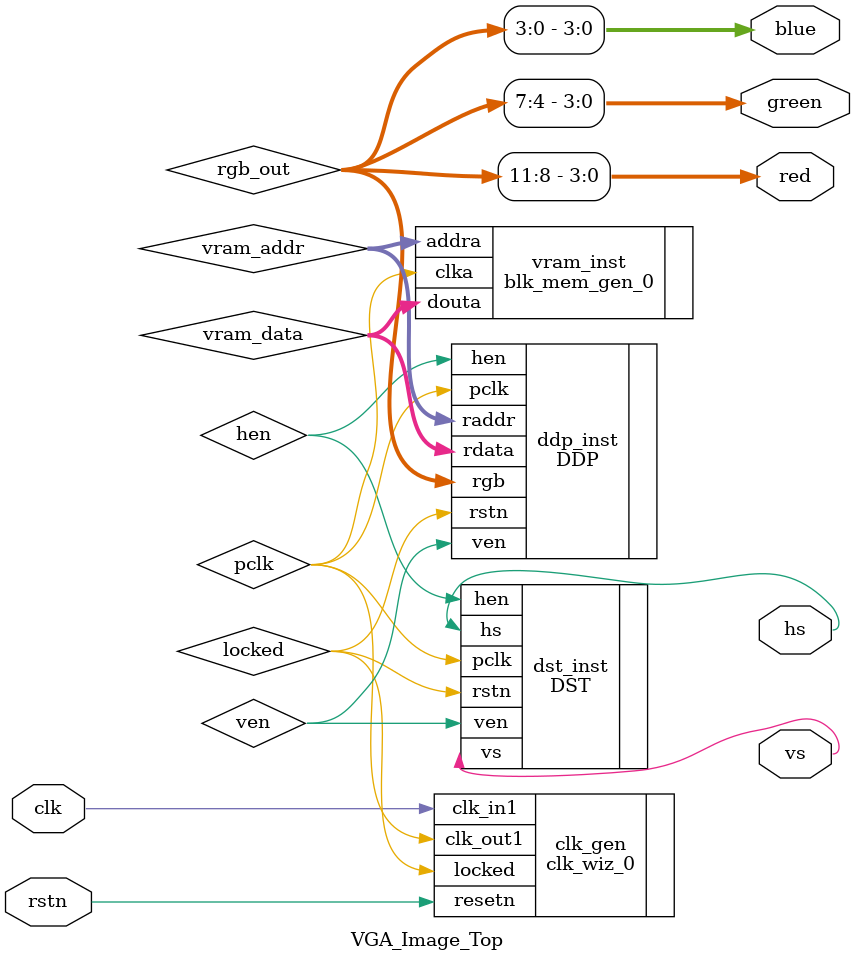
<source format=v>
module VGA_Image_Top(
    input           clk,
    input           rstn,
    output          hs,
    output          vs,
    output  [3:0]   red,
    output  [3:0]   green,
    output  [3:0]   blue
);

    wire pclk, locked;
    
    // 1. 时钟 (100M -> 50M)
    clk_wiz_0 clk_gen (
        .clk_out1(pclk),
        .resetn(rstn),
        .locked(locked),
        .clk_in1(clk)
    );

    wire hen, ven;
    wire [11:0] rgb_out;
    wire [11:0] vram_data;
    wire [14:0] vram_addr; // 32K 深度需要 15 位地址

    // 2. DST 模块
    DST dst_inst (
        .rstn(locked),
        .pclk(pclk),
        .hen(hen),
        .ven(ven),
        .hs(hs),
        .vs(vs)
    );

    // 3. VRAM (Block Memory Generator)
    // 实例化你生成的 IP 核名称，例如 blk_mem_gen_0
    blk_mem_gen_0 vram_inst (
        .clka(pclk),    
        .addra(vram_addr), 
        .douta(vram_data) 
    );

    // 4. DDP 模块 (题目代码需要包含 PS 模块)
    DDP #(
        .DW(15), 
        .H_LEN(200), 
        .V_LEN(150)
    ) ddp_inst (
        .hen(hen),
        .ven(ven),
        .rstn(locked),
        .pclk(pclk),
        .rdata(vram_data),
        .rgb(rgb_out),
        .raddr(vram_addr)
    );

    assign red   = rgb_out[11:8];
    assign green = rgb_out[7:4];
    assign blue  = rgb_out[3:0];

endmodule
</source>
